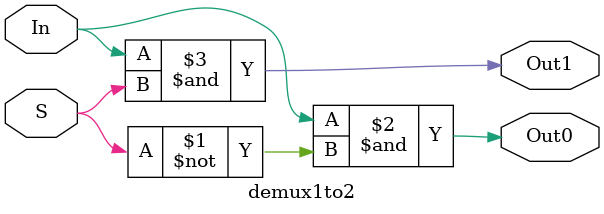
<source format=v>

module demux1to2(In, S, Out0, Out1);
	input        In;
	input        S;
	output Out0, Out1;
	
    assign Out0 = In & (~S);
    assign Out1 = In & S;

endmodule

</source>
